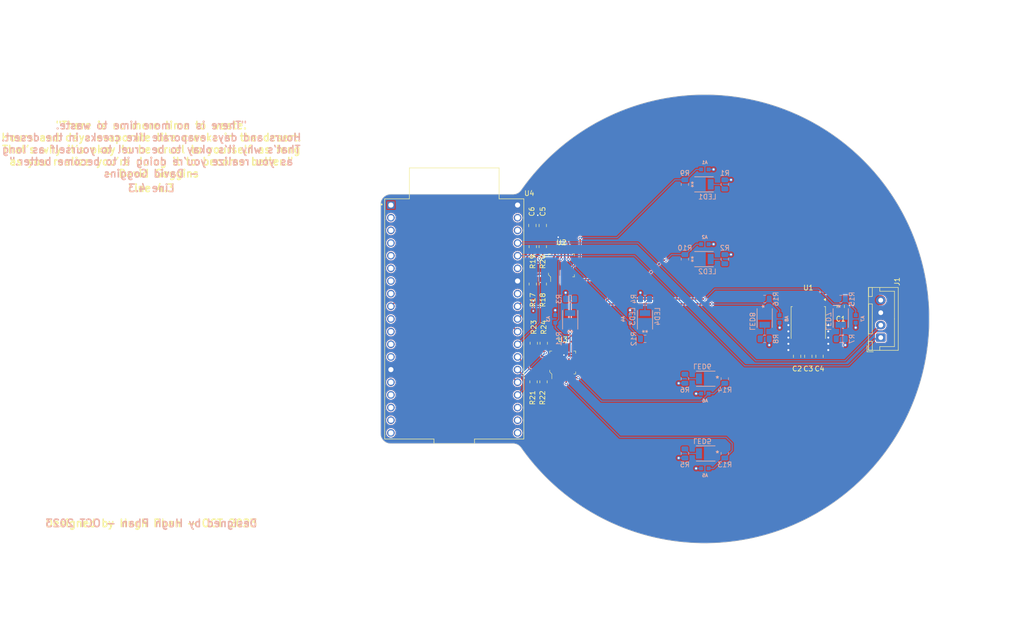
<source format=kicad_pcb>
(kicad_pcb (version 20240108) (generator "pcbnew") (generator_version "8.0")
  (layers (0 "F.Cu" signal) (31 "B.Cu" signal) (34 "B.Paste" user) (35 "F.Paste" user) (36 "B.SilkS" user "B.Silkscreen") (37 "F.SilkS" user "F.Silkscreen") (38 "B.Mask" user) (39 "F.Mask" user) (44 "Edge.Cuts" user))
  (net 0 "")
  (net 1 "+3V3")
  (net 2 "GND")
  (net 3 "/LINETX")
  (net 4 "/LINERX")
  (net 5 "/SEN2")
  (net 6 "Net-(LED1-Pad2)")
  (net 7 "Net-(LED2-Pad2)")
  (net 8 "Net-(LED3-Pad2)")
  (net 9 "Net-(LED4-Pad2)")
  (net 10 "/SEN1")
  (net 11 "/SEN3")
  (net 12 "/SEN4")
  (net 13 "/VREF")
  (net 14 "Net-(LED5-Pad2)")
  (net 15 "Net-(LED6-Pad2)")
  (net 16 "Net-(LED7-Pad2)")
  (net 17 "Net-(LED8-Pad2)")
  (net 18 "/SEN5")
  (net 19 "/SEN6")
  (net 20 "/SEN7")
  (net 21 "/SEN8")
  (net 22 "Net-(U2A-+)")
  (net 23 "Net-(U2B-+)")
  (net 24 "Net-(U2C-+)")
  (net 25 "Net-(U2D-+)")
  (net 27 "Net-(U3A-+)")
  (net 28 "Net-(U3B-+)")
  (net 29 "Net-(U3C-+)")
  (net 30 "Net-(U3D-+)")
  (net 36 "+15V")
  (footprint "Resistor_SMD:R_0805_2012Metric" (layer "F.Cu") (at 117.5 135.5 90)
    (property "Reference" "R20")
    (property "Value" "10k")
  )
  (footprint "Capacitor_SMD:C_0805_2012Metric" (layer "F.Cu") (at 170.75 157.5 -90)
    (property "Reference" "C3")
    (property "Value" "22uF")
  )
  (footprint "Resistor_SMD:R_0805_2012Metric" (layer "F.Cu") (at 115.5 135.5 90)
    (property "Reference" "R19")
    (property "Value" "10k")
  )
  (footprint "Resistor_SMD:R_0805_2012Metric" (layer "F.Cu") (at 115.7 154.875 90)
    (property "Reference" "R23")
    (property "Value" "10k")
  )
  (footprint "ESP32-DEVKITC-32U:MODULE_ESP32-DEVKITC-32U" (layer "F.Cu") (at 99.75 150)
    (property "Reference" "U4")
    (property "Value" "ESP32-DEVKITC-32U")
  )
  (footprint "digikey-footprints:TSSOP-14_W4.4mm" (layer "F.Cu") (at 121.5 158.75)
    (property "Reference" "U3")
    (property "Value" "LM339")
  )
  (footprint "Capacitor_SMD:C_0805_2012Metric" (layer "F.Cu") (at 177.25 147.5 90)
    (property "Reference" "C1")
    (property "Value" "10uF")
  )
  (footprint "Resistor_SMD:R_0805_2012Metric" (layer "F.Cu") (at 117.65 162.625 -90)
    (property "Reference" "R22")
    (property "Value" "10k")
  )
  (footprint "Resistor_SMD:R_0805_2012Metric" (layer "F.Cu") (at 117.7 154.875 90)
    (property "Reference" "R24")
    (property "Value" "10k")
  )
  (footprint "Resistor_SMD:R_0805_2012Metric" (layer "F.Cu") (at 115.65 162.625 -90)
    (property "Reference" "R21")
    (property "Value" "10k")
  )
  (footprint "Capacitor_SMD:C_0805_2012Metric" (layer "F.Cu") (at 115.42 131.25 -90)
    (property "Reference" "C6")
    (property "Value" "0.1uF")
  )
  (footprint "Capacitor_SMD:C_0805_2012Metric" (layer "F.Cu") (at 117.5 131.25 -90)
    (property "Reference" "C5")
    (property "Value" "10uF")
  )
  (footprint "Capacitor_SMD:C_0805_2012Metric" (layer "F.Cu") (at 173 157.5 -90)
    (property "Reference" "C4")
    (property "Value" "0.1uF")
  )
  (footprint "digikey-footprints:TSSOP-14_W4.4mm" (layer "F.Cu") (at 121.25 139.25)
    (property "Reference" "U2")
    (property "Value" "LM339")
  )
  (footprint "Package_TO_SOT_SMD:TO-252-2" (layer "F.Cu") (at 170.7475 150.84 -90)
    (property "Reference" "U1")
    (property "Value" "BD33FC0FP")
  )
  (footprint "Resistor_SMD:R_0805_2012Metric" (layer "F.Cu") (at 117.5 143 -90)
    (property "Reference" "R18")
    (property "Value" "10k")
  )
  (footprint "Resistor_SMD:R_0805_2012Metric" (layer "F.Cu") (at 115.5 143 -90)
    (property "Reference" "R17")
    (property "Value" "10k")
  )
  (footprint "Capacitor_SMD:C_0805_2012Metric" (layer "F.Cu") (at 168.5 157.5 -90)
    (property "Reference" "C2")
    (property "Value" "22uF")
  )
  (footprint "Connector_JST:JST_XH_B4B-XH-A_1x04_P2.50mm_Vertical" (layer "F.Cu") (at 185.275 153.75 90)
    (property "Reference" "J1")
    (property "Value" "Line")
  )
  (footprint "ALS-PT19-315C_L177_TR8:XDCR_ALS-PT19-315C_L177_TR8" (layer "B.Cu") (at 120 150 -90)
    (property "Reference" "A3")
    (property "Value" "ALS-PT19")
  )
  (footprint "JB2835AWT-W-U30GA0000-N0000001:LED_J2835_CRW" (layer "B.Cu") (at 150.1761 177 180)
    (property "Reference" "LED5")
    (property "Value" "JB2835AWT-W-U30GA0000-N0000001")
  )
  (footprint "ALS-PT19-315C_L177_TR8:XDCR_ALS-PT19-315C_L177_TR8" (layer "B.Cu") (at 165 150 90)
    (property "Reference" "A8")
    (property "Value" "ALS-PT19")
  )
  (footprint "Resistor_SMD:R_0805_2012Metric" (layer "B.Cu") (at 146 138 90)
    (property "Reference" "R10")
    (property "Value" "330R")
  )
  (footprint "JB2835AWT-W-U30GA0000-N0000001:LED_J2835_CRW" (layer "B.Cu") (at 150.1761 162 180)
    (property "Reference" "LED6")
    (property "Value" "JB2835AWT-W-U30GA0000-N0000001")
  )
  (footprint "Resistor_SMD:R_0805_2012Metric" (layer "B.Cu") (at 177.25 146)
    (property "Reference" "R15")
    (property "Value" "330R")
  )
  (footprint "ALS-PT19-315C_L177_TR8:XDCR_ALS-PT19-315C_L177_TR8" (layer "B.Cu") (at 150 165)
    (property "Reference" "A6")
    (property "Value" "ALS-PT19")
  )
  (footprint "Resistor_SMD:R_0805_2012Metric" (layer "B.Cu") (at 154 123 -90)
    (property "Reference" "R1")
    (property "Value" "12R")
  )
  (footprint "Resistor_SMD:R_0805_2012Metric" (layer "B.Cu") (at 138 146)
    (property "Reference" "R4")
    (property "Value" "12R")
  )
  (footprint "ALS-PT19-315C_L177_TR8:XDCR_ALS-PT19-315C_L177_TR8" (layer "B.Cu") (at 180.25 150 90)
    (property "Reference" "A7")
    (property "Value" "ALS-PT19")
  )
  (footprint "Resistor_SMD:R_0805_2012Metric" (layer "B.Cu") (at 177.25 154 180)
    (property "Reference" "R7")
    (property "Value" "12R")
  )
  (footprint "Resistor_SMD:R_0805_2012Metric" (layer "B.Cu") (at 162 154 180)
    (property "Reference" "R8")
    (property "Value" "12R")
  )
  (footprint "Resistor_SMD:R_0805_2012Metric" (layer "B.Cu") (at 162 146)
    (property "Reference" "R16")
    (property "Value" "330R")
  )
  (footprint "Resistor_SMD:R_0805_2012Metric" (layer "B.Cu") (at 138 154 180)
    (property "Reference" "R12")
    (property "Value" "330R")
  )
  (footprint "ALS-PT19-315C_L177_TR8:XDCR_ALS-PT19-315C_L177_TR8" (layer "B.Cu") (at 150 120 180)
    (property "Reference" "A1")
    (property "Value" "ALS-PT19")
  )
  (footprint "JB2835AWT-W-U30GA0000-N0000001:LED_J2835_CRW" (layer "B.Cu") (at 162 149.8239 -90)
    (property "Reference" "LED8")
    (property "Value" "JB2835AWT-W-U30GA0000-N0000001")
  )
  (footprint "Resistor_SMD:R_0805_2012Metric" (layer "B.Cu") (at 146 123 90)
    (property "Reference" "R9")
    (property "Value" "330R")
  )
  (footprint "Resistor_SMD:R_0805_2012Metric" (layer "B.Cu") (at 154 177 -90)
    (property "Reference" "R13")
    (property "Value" "330R")
  )
  (footprint "ALS-PT19-315C_L177_TR8:XDCR_ALS-PT19-315C_L177_TR8" (layer "B.Cu") (at 150 180)
    (property "Reference" "A5")
    (property "Value" "ALS-PT19")
  )
  (footprint "Resistor_SMD:R_0805_2012Metric" (layer "B.Cu") (at 123 146)
    (property "Reference" "R3")
    (property "Value" "12R")
  )
  (footprint "JB2835AWT-W-U30GA0000-N0000001:LED_J2835_CRW" (layer "B.Cu") (at 149.8239 123)
    (property "Reference" "LED1")
    (property "Value" "JB2835AWT-W-U30GA0000-N0000001")
  )
  (footprint "ALS-PT19-315C_L177_TR8:XDCR_ALS-PT19-315C_L177_TR8" (layer "B.Cu") (at 135 150 -90)
    (property "Reference" "A4")
    (property "Value" "ALS-PT19")
  )
  (footprint "JB2835AWT-W-U30GA0000-N0000001:LED_J2835_CRW" (layer "B.Cu") (at 138 150.1761 90)
    (property "Reference" "LED4")
    (property "Value" "JB2835AWT-W-U30GA0000-N0000001")
  )
  (footprint "ALS-PT19-315C_L177_TR8:XDCR_ALS-PT19-315C_L177_TR8" (layer "B.Cu") (at 150 135 180)
    (property "Reference" "A2")
    (property "Value" "ALS-PT19")
  )
  (footprint "JB2835AWT-W-U30GA0000-N0000001:LED_J2835_CRW" (layer "B.Cu") (at 123 150.1761 90)
    (property "Reference" "LED3")
    (property "Value" "JB2835AWT-W-U30GA0000-N0000001")
  )
  (footprint "Resistor_SMD:R_0805_2012Metric" (layer "B.Cu") (at 146 162 90)
    (property "Reference" "R6")
    (property "Value" "12R")
  )
  (footprint "Resistor_SMD:R_0805_2012Metric" (layer "B.Cu") (at 123 154 180)
    (property "Reference" "R11")
    (property "Value" "330R")
  )
  (footprint "Resistor_SMD:R_0805_2012Metric" (layer "B.Cu") (at 154 162 -90)
    (property "Reference" "R14")
    (property "Value" "330R")
  )
  (footprint "Resistor_SMD:R_0805_2012Metric" (layer "B.Cu") (at 146 177 90)
    (property "Reference" "R5")
    (property "Value" "12R")
  )
  (footprint "JB2835AWT-W-U30GA0000-N0000001:LED_J2835_CRW" (layer "B.Cu") (at 149.8239 138)
    (property "Reference" "LED2")
    (property "Value" "JB2835AWT-W-U30GA0000-N0000001")
  )
  (footprint "Resistor_SMD:R_0805_2012Metric" (layer "B.Cu") (at 154 138 -90)
    (property "Reference" "R2")
    (property "Value" "12R")
  )
  (footprint "JB2835AWT-W-U30GA0000-N0000001:LED_J2835_CRW" (layer "B.Cu") (at 177.25 149.8239 -90)
    (property "Reference" "LED7")
    (property "Value" "JB2835AWT-W-U30GA0000-N0000001")
  )
  (gr_line (start 111.529232 125) (end 87 125) (stroke (width 0.1)) (layer "Edge.Cuts"))
  (gr_line (start 87 175) (end 111.5292 175) (stroke (width 0.1)) (layer "Edge.Cuts"))
  (gr_arc (start 113.166286 124.148936) (mid 112.451766 124.774536) (end 111.529232 125) (stroke (width 0.1)) (layer "Edge.Cuts"))
  (gr_arc (start 113.166286 124.148936) (mid 195 150) (end 113.166286 175.851064) (stroke (width 0.1)) (layer "Edge.Cuts"))
  (gr_arc (start 85 127) (mid 85.585786 125.585786) (end 87 125) (stroke (width 0.1)) (layer "Edge.Cuts"))
  (gr_arc (start 111.5292 175) (mid 112.451749 175.225472) (end 113.166286 175.851064) (stroke (width 0.1)) (layer "Edge.Cuts"))
  (gr_arc (start 87 175) (mid 85.585786 174.414214) (end 85 173) (stroke (width 0.1)) (layer "Edge.Cuts"))
  (gr_line (start 85 127) (end 85 173) (stroke (width 0.1)) (layer "Edge.Cuts"))
  (gr_text "Line 4.3" (at 39 123.75 0) (layer "B.SilkS") (effects (font (size 1.5 1.5) (thickness 0.3) (bold yes)) (justify mirror)))
  (gr_text "Designed by Hugh Phan - OCT 2023" (at 39 191 0) (layer "B.SilkS") (effects (font (size 1.5 1.5) (thickness 0.3) (bold yes)) (justify mirror)))
  (gr_text "{dblquote}There is no more time to waste.\nHours and days evaporate like creeks in the desert.\nThat's why it's okay to be cruel to yourself as long\nas you realize you're doing it to become better.{dblquote}\n- David Goggins" (at 39 116 0) (layer "B.SilkS") (effects (font (size 1.5 1.5) (thickness 0.3) (bold yes)) (justify mirror)))
  (gr_text "Designed by Hugh Phan - OCT 2023" (at 39 191 0) (layer "F.SilkS") (effects (font (size 1.5 1.5) (thickness 0.3) (bold yes))))
  (gr_text "Line 4.3" (at 39 123.75 0) (layer "F.SilkS") (effects (font (size 1.5 1.5) (thickness 0.3) (bold yes))))
  (gr_text "{dblquote}There is no more time to waste.\nHours and days evaporate like creeks in the desert.\nThat's why it's okay to be cruel to yourself as long\nas you realize you're doing it to become better.{dblquote}\n- David Goggins" (at 39 116 0) (layer "F.SilkS") (effects (font (size 1.5 1.5) (thickness 0.3) (bold yes))))
  (segment (start 115.5 143.9125) (end 115.5 146.3) (width 0.25) (layer "F.Cu") (net 1))
  (segment (start 115.5 146.3) (end 115.6 146.4) (width 0.25) (layer "F.Cu") (net 1))
  (via (at 155.25 122.0875) (size 0.8) (drill 0.4) (layers "F.Cu" "B.Cu") (net 1))
  (via (at 165 151.75) (size 0.8) (drill 0.4) (layers "F.Cu" "B.Cu") (net 1))
  (via (at 148.25 180) (size 0.8) (drill 0.4) (layers "F.Cu" "B.Cu") (net 1))
  (via (at 115.6 146.4) (size 0.6) (drill 0.3) (layers "F.Cu" "B.Cu") (net 1))
  (via (at 180.25 151.75) (size 0.8) (drill 0.4) (layers "F.Cu" "B.Cu") (net 1))
  (via (at 135 148.25) (size 0.8) (drill 0.4) (layers "F.Cu" "B.Cu") (net 1))
  (via (at 151.75 135) (size 0.8) (drill 0.4) (layers "F.Cu" "B.Cu") (net 1))
  (via (at 120 148.25) (size 0.8) (drill 0.4) (layers "F.Cu" "B.Cu") (net 1))
  (via (at 162.9125 155.25) (size 0.8) (drill 0.4) (layers "F.Cu" "B.Cu") (net 1))
  (via (at 115.6 148.4) (size 0.6) (drill 0.3) (layers "F.Cu" "B.Cu") (net 1))
  (via (at 148.25 165) (size 0.8) (drill 0.4) (layers "F.Cu" "B.Cu") (net 1))
  (via (at 137.0875 144.75) (size 0.8) (drill 0.4) (layers "F.Cu" "B.Cu") (net 1))
  (via (at 122.0875 144.75) (size 0.8) (drill 0.4) (layers "F.Cu" "B.Cu") (net 1))
  (via (at 151.75 120) (size 0.8) (drill 0.4) (layers "F.Cu" "B.Cu") (net 1))
  (via (at 144.75 177.9125) (size 0.8) (drill 0.4) (layers "F.Cu" "B.Cu") (net 1))
  (via (at 144.75 162.9125) (size 0.8) (drill 0.4) (layers "F.Cu" "B.Cu") (net 1))
  (via (at 178.1625 155.25) (size 0.8) (drill 0.4) (layers "F.Cu" "B.Cu") (net 1))
  (via (at 155.25 137.0875) (size 0.8) (drill 0.4) (layers "F.Cu" "B.Cu") (net 1))
  (segment (start 144.75 162.9125) (end 146 162.9125) (width 0.25) (layer "B.Cu") (net 1))
  (segment (start 135 149.25) (end 135 148.25) (width 0.25) (layer "B.Cu") (net 1))
  (segment (start 144.75 177.9125) (end 146 177.9125) (width 0.25) (layer "B.Cu") (net 1))
  (segment (start 155.25 122.0875) (end 154 122.0875) (width 0.25) (layer "B.Cu") (net 1))
  (segment (start 162.9125 155.25) (end 162.9125 154) (width 0.25) (layer "B.Cu") (net 1))
  (segment (start 178.1625 155.25) (end 178.1625 154) (width 0.25) (layer "B.Cu") (net 1))
  (segment (start 122.0875 144.75) (end 122.0875 146) (width 0.25) (layer "B.Cu") (net 1))
  (segment (start 115.6 146.4) (end 115.6 148.4) (width 0.25) (layer "B.Cu") (net 1))
  (segment (start 137.0875 144.75) (end 137.0875 146) (width 0.25) (layer "B.Cu") (net 1))
  (segment (start 180.25 150.75) (end 180.25 151.75) (width 0.25) (layer "B.Cu") (net 1))
  (segment (start 120 149.25) (end 120 148.25) (width 0.25) (layer "B.Cu") (net 1))
  (segment (start 150.75 120) (end 151.75 120) (width 0.25) (layer "B.Cu") (net 1))
  (segment (start 155.25 137.0875) (end 154 137.0875) (width 0.25) (layer "B.Cu") (net 1))
  (segment (start 149.25 165) (end 148.25 165) (width 0.25) (layer "B.Cu") (net 1))
  (segment (start 150.75 135) (end 151.75 135) (width 0.25) (layer "B.Cu") (net 1))
  (segment (start 149.25 180) (end 148.25 180) (width 0.25) (layer "B.Cu") (net 1))
  (segment (start 165 150.75) (end 165 151.75) (width 0.25) (layer "B.Cu") (net 1))
  (segment (start 115.42 130.3) (end 115.42 130.28) (width 0.25) (layer "F.Cu") (net 2))
  (segment (start 116.5 129.2) (end 116.5 129.3) (width 0.25) (layer "F.Cu") (net 2))
  (segment (start 121.75 157.25) (end 121.35 157.25) (width 0.25) (layer "F.Cu") (net 2))
  (segment (start 116.5 129.3) (end 117.5 130.3) (width 0.25) (layer "F.Cu") (net 2))
  (segment (start 120.6 136.375) (end 120.6 133.6) (width 0.25) (layer "F.Cu") (net 2))
  (segment (start 115.42 130.28) (end 116.5 129.2) (width 0.25) (layer "F.Cu") (net 2))
  (segment (start 120.85 156.75) (end 120.85 155.875) (width 0.25) (layer "F.Cu") (net 2))
  (segment (start 121.35 157.25) (end 120.85 156.75) (width 0.25) (layer "F.Cu") (net 2))
  (via (at 166.75 153.75) (size 0.8) (drill 0.4) (layers "F.Cu" "B.Cu") (net 2))
  (via (at 120.6 133.6) (size 0.6) (drill 0.3) (layers "F.Cu" "B.Cu") (net 2))
  (via (at 174.75 153.75) (size 0.8) (drill 0.4) (layers "F.Cu" "B.Cu") (net 2))
  (via (at 166.75 152.5) (size 0.8) (drill 0.4) (layers "F.Cu" "B.Cu") (net 2))
  (via (at 174.75 151.25) (size 0.8) (drill 0.4) (layers "F.Cu" "B.Cu") (net 2))
  (via (at 174.75 152.5) (size 0.8) (drill 0.4) (layers "F.Cu" "B.Cu") (net 2))
  (via (at 121.75 157.25) (size 0.6) (drill 0.3) (layers "F.Cu" "B.Cu") (net 2))
  (via (at 166.75 151.25) (size 0.8) (drill 0.4) (layers "F.Cu" "B.Cu") (net 2))
  (via (at 116.5 129.2) (size 0.6) (drill 0.3) (layers "F.Cu" "B.Cu") (net 2))
  (via (at 174.75 156.25) (size 0.8) (drill 0.4) (layers "F.Cu" "B.Cu") (net 2))
  (via (at 166.75 155) (size 0.8) (drill 0.4) (layers "F.Cu" "B.Cu") (net 2))
  (via (at 174.75 155) (size 0.8) (drill 0.4) (layers "F.Cu" "B.Cu") (net 2))
  (via (at 166.75 156.25) (size 0.8) (drill 0.4) (layers "F.Cu" "B.Cu") (net 2))
  (segment (start 136.57 134.77) (end 112.45 134.77) (width 0.25) (layer "B.Cu") (net 3))
  (segment (start 160.2 158.4) (end 136.57 134.77) (width 0.25) (layer "B.Cu") (net 3))
  (segment (start 185.275 151.25) (end 178.125 158.4) (width 0.25) (layer "B.Cu") (net 3))
  (segment (start 178.125 158.4) (end 160.2 158.4) (width 0.25) (layer "B.Cu") (net 3))
  (segment (start 185.275 153.75) (end 184.45 153.75) (width 0.25) (layer "B.Cu") (net 4))
  (segment (start 178.8 159.4) (end 158 159.4) (width 0.25) (layer "B.Cu") (net 4))
  (segment (start 135.91 137.31) (end 112.45 137.31) (width 0.25) (layer "B.Cu") (net 4))
  (segment (start 158 159.4) (end 135.91 137.31) (width 0.25) (layer "B.Cu") (net 4))
  (segment (start 184.45 153.75) (end 178.8 159.4) (width 0.25) (layer "B.Cu") (net 4))
  (segment (start 119.3 143.937195) (end 119.8125 144.449695) (width 0.25) (layer "F.Cu") (net 5))
  (segment (start 117.362805 147.5) (end 114.96 147.5) (width 0.25) (layer "F.Cu") (net 5))
  (segment (start 119.8125 145.050305) (end 117.362805 147.5) (width 0.25) (layer "F.Cu") (net 5))
  (segment (start 119.3 142.125) (end 119.3 143.937195) (width 0.25) (layer "F.Cu") (net 5))
  (segment (start 117.5375 142.125) (end 117.5 142.0875) (width 0.25) (layer "F.Cu") (net 5))
  (segment (start 114.96 147.5) (end 112.45 150.01) (width 0.25) (layer "F.Cu") (net 5))
  (segment (start 119.3 142.125) (end 117.5375 142.125) (width 0.25) (layer "F.Cu") (net 5))
  (segment (start 119.8125 144.449695) (end 119.8125 145.050305) (width 0.25) (layer "F.Cu") (net 5))
  (segment (start 153.0875 123) (end 154 123.9125) (width 0.25) (layer "B.Cu") (net 6))
  (segment (start 151.1812 123) (end 153.0875 123) (width 0.25) (layer "B.Cu") (net 6))
  (segment (start 153.0875 138) (end 154 138.9125) (width 0.25) (layer "B.Cu") (net 7))
  (segment (start 151.1812 138) (end 153.0875 138) (width 0.25) (layer "B.Cu") (net 7))
  (segment (start 123 146.9125) (end 123.9125 146) (width 0.25) (layer "B.Cu") (net 8))
  (segment (start 123 148.8188) (end 123 146.9125) (width 0.25) (layer "B.Cu") (net 8))
  (segment (start 138 148.8188) (end 138 146.9125) (width 0.25) (layer "B.Cu") (net 9))
  (segment (start 138 146.9125) (end 138.9125 146) (width 0.25) (layer "B.Cu") (net 9))
  (segment (start 115.5 142.1) (end 113.540001 144.059999) (width 0.25) (layer "F.Cu") (net 10))
  (segment (start 115.5 142.0875) (end 115.5 142.1) (width 0.25) (layer "F.Cu") (net 10))
  (segment (start 119.95 142.125) (end 119.95 141.25) (width 0.25) (layer "F.Cu") (net 10))
  (segment (start 116.5875 141) (end 115.5 142.0875) (width 0.25) (layer "F.Cu") (net 10))
  (segment (start 119.95 141.25) (end 119.7 141) (width 0.25) (layer "F.Cu") (net 10))
  (segment (start 113.540001 146.379999) (end 112.45 147.47) (width 0.25) (layer "F.Cu") (net 10))
  (segment (start 113.540001 144.059999) (end 113.540001 146.379999) (width 0.25) (layer "F.Cu") (net 10))
  (segment (start 119.7 141) (end 116.5875 141) (width 0.25) (layer "F.Cu") (net 10))
  (segment (start 111.84 138.76) (end 111.36 139.24) (width 0.25) (layer "F.Cu") (net 11))
  (segment (start 111.36 151.46) (end 112.45 152.55) (width 0.25) (layer "F.Cu") (net 11))
  (segment (start 115.5 137.9) (end 116.2 138.6) (width 0.25) (layer "F.Cu") (net 11))
  (segment (start 115.5 136.4125) (end 113.1525 138.76) (width 0.25) (layer "F.Cu") (net 11))
  (segment (start 119.95 137.325) (end 119.95 136.375) (width 0.25) (layer "F.Cu") (net 11))
  (segment (start 118.675 138.6) (end 119.95 137.325) (width 0.25) (layer "F.Cu") (net 11))
  (segment (start 115.5 136.4125) (end 115.5 137.9) (width 0.25) (layer "F.Cu") (net 11))
  (segment (start 111.36 139.24) (end 111.36 151.46) (width 0.25) (layer "F.Cu") (net 11))
  (segment (start 116.2 138.6) (end 118.675 138.6) (width 0.25) (layer "F.Cu") (net 11))
  (segment (start 113.1525 138.76) (end 111.84 138.76) (width 0.25) (layer "F.Cu") (net 11))
  (segment (start 117.5375 136.375) (end 117.5 136.4125) (width 0.25) (layer "F.Cu") (net 12))
  (segment (start 117.5 137.235) (end 116.8 137.935) (width 0.25) (layer "F.Cu") (net 12))
  (segment (start 117.5 136.4125) (end 117.5 137.235) (width 0.25) (layer "F.Cu") (net 12))
  (segment (start 119.3 136.375) (end 117.5375 136.375) (width 0.25) (layer "F.Cu") (net 12))
  (via (at 116.8 137.935) (size 0.6) (drill 0.3) (layers "F.Cu" "B.Cu") (net 12))
  (segment (start 116.8 150.740001) (end 112.450001 155.09) (width 0.25) (layer "B.Cu") (net 12))
  (segment (start 116.8 137.935) (end 116.8 150.740001) (width 0.25) (layer "B.Cu") (net 12))
  (segment (start 122.55 142.125) (end 122.55 143.075) (width 0.25) (layer "F.Cu") (net 13))
  (segment (start 122.15 156.65) (end 122.4 156.9) (width 0.25) (layer "F.Cu") (net 13))
  (segment (start 121.25 140.35) (end 121.25 142.125) (width 0.25) (layer "F.Cu") (net 13))
  (segment (start 122.980458 144.130458) (end 122 143.15) (width 0.25) (layer "F.Cu") (net 13))
  (segment (start 122.55 143.075) (end 122.475 143.15) (width 0.25) (layer "F.Cu") (net 13))
  (segment (start 122.980458 152.628702) (end 122.980458 144.130458) (width 0.25) (layer "F.Cu") (net 13))
  (segment (start 122.75 156.9) (end 122.75 157.75) (width 0.25) (layer "F.Cu") (net 13))
  (segment (start 122.4 156.9) (end 122.75 156.9) (width 0.25) (layer "F.Cu") (net 13))
  (segment (start 121.9 136.375) (end 121.9 139.7) (width 0.25) (layer "F.Cu") (net 13))
  (segment (start 122.6 135.2) (end 122.8 135.2) (width 0.25) (layer "F.Cu") (net 13))
  (segment (start 121.25 143.075) (end 121.25 142.125) (width 0.25) (layer "F.Cu") (net 13))
  (segment (start 122.8 160.675) (end 122.625 160.5) (width 0.25) (layer "F.Cu") (net 13))
  (segment (start 122.625 160.5) (end 122.25 160.5) (width 0.25) (layer "F.Cu") (net 13))
  (segment (start 119.975 133.341116) (end 101.178884 133.341116) (width 0.25) (layer "F.Cu") (net 13))
  (segment (start 122 143.15) (end 121.325 143.15) (width 0.25) (layer "F.Cu") (net 13))
  (segment (start 122.6 134.716116) (end 120.858884 132.975) (width 0.25) (layer "F.Cu") (net 13))
  (segment (start 122.75 158.5) (end 122.25 159) (width 0.25) (layer "F.Cu") (net 13))
  (segment (start 122.25 159) (end 122.25 160.5) (width 0.25) (layer "F.Cu") (net 13))
  (segment (start 122.475 143.15) (end 122 143.15) (width 0.25) (layer "F.Cu") (net 13))
  (segment (start 122.6 135.2) (end 122.6 134.716116) (width 0.25) (layer "F.Cu") (net 13))
  (segment (start 121.9 139.7) (end 121.25 140.35) (width 0.25) (layer "F.Cu") (net 13))
  (segment (start 123.2 135.6) (end 123.2 136.375) (width 0.25) (layer "F.Cu") (net 13))
  (segment (start 121.5 160.675) (end 121.5 161.625) (width 0.25) (layer "F.Cu") (net 13))
  (segment (start 120.858884 132.975) (end 120.341116 132.975) (width 0.25) (layer "F.Cu") (net 13))
  (segment (start 123.375 156.9) (end 123.45 156.825) (width 0.25) (layer "F.Cu") (net 13))
  (segment (start 121.325 143.15) (end 121.25 143.075) (width 0.25) (layer "F.Cu") (net 13))
  (segment (start 120.341116 132.975) (end 119.975 133.341116) (width 0.25) (layer "F.Cu") (net 13))
  (segment (start 121.675 160.5) (end 121.5 160.675) (width 0.25) (layer "F.Cu") (net 13))
  (segment (start 121.9 135.425) (end 122.125 135.2) (width 0.25) (layer "F.Cu") (net 13))
  (segment (start 122.8 161.625) (end 122.8 160.675) (width 0.25) (layer "F.Cu") (net 13))
  (segment (start 122.8 135.2) (end 123.2 135.6) (width 0.25) (layer "F.Cu") (net 13))
  (segment (start 122.75 156.9) (end 123.375 156.9) (width 0.25) (layer "F.Cu") (net 13))
  (segment (start 122.125 135.2) (end 122.6 135.2) (width 0.25) (layer "F.Cu") (net 13))
  (segment (start 121.9 136.375) (end 121.9 135.425) (width 0.25) (layer "F.Cu") (net 13))
  (segment (start 123.45 156.825) (end 123.45 155.875) (width 0.25) (layer "F.Cu") (net 13))
  (segment (start 122.25 160.5) (end 121.675 160.5) (width 0.25) (layer "F.Cu") (net 13))
  (segment (start 101.178884 133.341116) (end 87.05 147.47) (width 0.25) (layer "F.Cu") (net 13))
  (segment (start 122.15 155.875) (end 122.15 156.65) (width 0.25) (layer "F.Cu") (net 13))
  (segment (start 122.75 157.75) (end 122.75 158.5) (width 0.25) (layer "F.Cu") (net 13))
  (via (at 122.75 157.75) (size 0.6) (drill 0.3) (layers "F.Cu" "B.Cu") (net 13))
  (via (at 122.980458 152.628702) (size 0.6) (drill 0.3) (layers "F.Cu" "B.Cu") (net 13))
  (segment (start 122.980458 152.628702) (end 122.980458 157.519542) (width 0.25) (layer "B.Cu") (net 13))
  (segment (start 122.980458 157.519542) (end 122.75 157.75) (width 0.25) (layer "B.Cu") (net 13))
  (segment (start 148.8188 177) (end 146.9125 177) (width 0.25) (layer "B.Cu") (net 14))
  (segment (start 146.9125 177) (end 146 176.0875) (width 0.25) (layer "B.Cu") (net 14))
  (segment (start 146.9125 162) (end 146 161.0875) (width 0.25) (layer "B.Cu") (net 15))
  (segment (start 148.8188 162) (end 146.9125 162) (width 0.25) (layer "B.Cu") (net 15))
  (segment (start 177.25 151.1812) (end 177.25 153.0875) (width 0.25) (layer "B.Cu") (net 16))
  (segment (start 177.25 153.0875) (end 176.3375 154) (width 0.25) (layer "B.Cu") (net 16))
  (segment (start 162 151.1812) (end 162 153.0875) (width 0.25) (layer "B.Cu") (net 17))
  (segment (start 162 153.0875) (end 161.0875 154) (width 0.25) (layer "B.Cu") (net 17))
  (segment (start 116.7625 160.6) (end 120 160.6) (width 0.25) (layer "F.Cu") (net 18))
  (segment (start 115.65 161.7125) (end 116.7625 160.6) (width 0.25) (layer "F.Cu") (net 18))
  (segment (start 120 160.6) (end 120.2 160.8) (width 0.25) (layer "F.Cu") (net 18))
  (segment (start 115.65 161.7125) (end 115.65 160.83) (width 0.25) (layer "F.Cu") (net 18))
  (segment (start 115.65 160.83) (end 112.45 157.63) (width 0.25) (layer "F.Cu") (net 18))
  (segment (start 120.2 160.8) (end 120.2 161.625) (width 0.25) (layer "F.Cu") (net 18))
  (segment (start 119.4625 161.7125) (end 119.55 161.625) (width 0.25) (layer "F.Cu") (net 19))
  (segment (start 117.65 161.7125) (end 119.4625 161.7125) (width 0.25) (layer "F.Cu") (net 19))
  (segment (start 117.65 161.75) (end 116.85 162.55) (width 0.25) (layer "F.Cu") (net 19))
  (segment (start 117.65 161.7125) (end 117.65 161.75) (width 0.25) (layer "F.Cu") (net 19))
  (segment (start 114.83 162.55) (end 112.45 160.17) (width 0.25) (layer "F.Cu") (net 19))
  (segment (start 116.85 162.55) (end 114.83 162.55) (width 0.25) (layer "F.Cu") (net 19))
  (segment (start 115.7 155.7875) (end 117.5125 157.6) (width 0.25) (layer "F.Cu") (net 20))
  (segment (start 114.9475 156.54) (end 111.998507 156.54) (width 0.25) (layer "F.Cu") (net 20))
  (segment (start 120.2 156.8) (end 120.2 155.875) (width 0.25) (layer "F.Cu") (net 20))
  (segment (start 111.2 161.46) (end 112.45 162.71) (width 0.25) (layer "F.Cu") (net 20))
  (segment (start 117.5125 157.6) (end 119.4 157.6) (width 0.25) (layer "F.Cu") (net 20))
  (segment (start 111.998507 156.54) (end 111.2 157.338507) (width 0.25) (layer "F.Cu") (net 20))
  (segment (start 119.4 157.6) (end 120.2 156.8) (width 0.25) (layer "F.Cu") (net 20))
  (segment (start 111.2 157.338507) (end 111.2 161.46) (width 0.25) (layer "F.Cu") (net 20))
  (segment (start 115.7 155.7875) (end 114.9475 156.54) (width 0.25) (layer "F.Cu") (net 20))
  (segment (start 117.7 155.7875) (end 119.4625 155.7875) (width 0.25) (layer "F.Cu") (net 21))
  (segment (start 117.7 155.7875) (end 117.7 156.5) (width 0.25) (layer "F.Cu") (net 21))
  (segment (start 117.7 156.5) (end 118 156.8) (width 0.25) (layer "F.Cu") (net 21))
  (segment (start 119.4625 155.7875) (end 119.55 155.875) (width 0.25) (layer "F.Cu") (net 21))
  (via (at 118 156.8) (size 0.6) (drill 0.3) (layers "F.Cu" "B.Cu") (net 21))
  (segment (start 113.54 161.26) (end 113.54 164.160001) (width 0.25) (layer "B.Cu") (net 21))
  (segment (start 113.54 164.160001) (end 112.450001 165.25) (width 0.25) (layer "B.Cu") (net 21))
  (segment (start 118 156.8) (end 113.54 161.26) (width 0.25) (layer "B.Cu") (net 21))
  (segment (start 121.9 141.175) (end 121.9 142.125) (width 0.25) (layer "F.Cu") (net 22))
  (segment (start 125 138.075) (end 121.9 141.175) (width 0.25) (layer "F.Cu") (net 22))
  (segment (start 125 133.8) (end 125 138.075) (width 0.25) (layer "F.Cu") (net 22))
  (via (at 125 133.8) (size 0.6) (drill 0.3) (layers "F.Cu" "B.Cu") (net 22))
  (segment (start 146 122.0875) (end 146.1625 122.0875) (width 0.25) (layer "B.Cu") (net 22))
  (segment (start 143.9875 122.0875) (end 146 122.0875) (width 0.25) (layer "B.Cu") (net 22))
  (segment (start 148.25 120) (end 149.25 120) (width 0.25) (layer "B.Cu") (net 22))
  (segment (start 125.12 133.68) (end 125 133.8) (width 0.25) (layer "B.Cu") (net 22))
  (segment (start 143.9875 122.0875) (end 132.395 133.68) (width 0.25) (layer "B.Cu") (net 22))
  (segment (start 132.395 133.68) (end 125.12 133.68) (width 0.25) (layer "B.Cu") (net 22))
  (segment (start 146.1625 122.0875) (end 148.25 120) (width 0.25) (layer "B.Cu") (net 22))
  (segment (start 142.2 138.2) (end 141.6 138.2) (width 0.25) (layer "F.Cu") (net 23))
  (segment (start 137.675 142.125) (end 123.2 142.125) (width 0.25) (layer "F.Cu") (net 23))
  (segment (start 141.6 138.2) (end 137.675 142.125) (width 0.25) (layer "F.Cu") (net 23))
  (via (at 142.2 138.2) (size 0.6) (drill 0.3) (layers "F.Cu" "B.Cu") (net 23))
  (segment (start 146 137.0875) (end 146.1625 137.0875) (width 0.25) (layer "B.Cu") (net 23))
  (segment (start 146.1625 137.0875) (end 148.25 135) (width 0.25) (layer "B.Cu") (net 23))
  (segment (start 148.25 135) (end 149.25 135) (width 0.25) (layer "B.Cu") (net 23))
  (segment (start 143.3125 137.0875) (end 142.2 138.2) (width 0.25) (layer "B.Cu") (net 23))
  (segment (start 146 137.0875) (end 143.3125 137.0875) (width 0.25) (layer "B.Cu") (net 23))
  (segment (start 121.2 138) (end 121.2 136.425) (width 0.25) (layer "F.Cu") (net 24))
  (segment (start 121.2 136.425) (end 121.25 136.375) (width 0.25) (layer "F.Cu") (net 24))
  (via (at 121.2 138) (size 0.6) (drill 0.3) (layers "F.Cu" "B.Cu") (net 24))
  (segment (start 120.725 150.025) (end 120.725 138.475) (width 0.25) (layer "B.Cu") (net 24))
  (segment (start 120 151.75) (end 120 150.75) (width 0.25) (layer "B.Cu") (net 24))
  (segment (start 122.0875 154) (end 122.0875 153.8375) (width 0.25) (layer "B.Cu") (net 24))
  (segment (start 122.0875 153.8375) (end 120 151.75) (width 0.25) (layer "B.Cu") (net 24))
  (segment (start 120 150.75) (end 120.725 150.025) (width 0.25) (layer "B.Cu") (net 24))
  (segment (start 120.725 138.475) (end 121.2 138) (width 0.25) (layer "B.Cu") (net 24))
  (segment (start 122.6 138) (end 122.6 136.425) (width 0.25) (layer "F.Cu") (net 25))
  (segment (start 122.6 136.425) (end 122.55 136.375) (width 0.25) (layer "F.Cu") (net 25))
  (via (at 122.6 138) (size 0.6) (drill 0.3) (layers "F.Cu" "B.Cu") (net 25))
  (segment (start 137.0875 153.8375) (end 135 151.75) (width 0.25) (layer "B.Cu") (net 25))
  (segment (start 135 150.75) (end 122.6 138.35) (width 0.25) (layer "B.Cu") (net 25))
  (segment (start 137.0875 154) (end 137.0875 153.8375) (width 0.25) (layer "B.Cu") (net 25))
  (segment (start 122.6 138.35) (end 122.6 138) (width 0.25) (layer "B.Cu") (net 25))
  (segment (start 135 151.75) (end 135 150.75) (width 0.25) (layer "B.Cu") (net 25))
  (segment (start 122.2 163) (end 122.2 161.675) (width 0.25) (layer "F.Cu") (net 27))
  (segment (start 122.2 161.675) (end 122.15 161.625) (width 0.25) (layer "F.Cu") (net 27))
  (via (at 122.2 163) (size 0.6) (drill 0.3) (layers "F.Cu" "B.Cu") (net 27))
  (segment (start 154 177.9125) (end 153.8375 177.9125) (width 0.25) (layer "B.Cu") (net 27))
  (segment (start 132.95 173.75) (end 122.2 163) (width 0.25) (layer "B.Cu") (net 27))
  (segment (start 155.5 176.4125) (end 154 177.9125) (width 0.25) (layer "B.Cu") (net 27))
  (segment (start 155.5 175) (end 155.5 176.4125) (width 0.25) (layer "B.Cu") (net 27))
  (segment (start 151.75 180) (end 150.75 180) (width 0.25) (layer "B.Cu") (net 27))
  (segment (start 154.25 173.75) (end 132.95 173.75) (width 0.25) (layer "B.Cu") (net 27))
  (segment (start 153.8375 177.9125) (end 151.75 180) (width 0.25) (layer "B.Cu") (net 27))
  (segment (start 154.25 173.75) (end 155.5 175) (width 0.25) (layer "B.Cu") (net 27))
  (segment (start 123.625 161.8) (end 123.45 161.625) (width 0.25) (layer "F.Cu") (net 28))
  (segment (start 124.6 161.8) (end 123.625 161.8) (width 0.25) (layer "F.Cu") (net 28))
  (via (at 124.6 161.8) (size 0.6) (drill 0.3) (layers "F.Cu" "B.Cu") (net 28))
  (segment (start 129.3 166.5) (end 124.6 161.8) (width 0.25) (layer "B.Cu") (net 28))
  (segment (start 150.75 165) (end 149.25 166.5) (width 0.25) (layer "B.Cu") (net 28))
  (segment (start 154 162.9125) (end 153.8375 162.9125) (width 0.25) (layer "B.Cu") (net 28))
  (segment (start 151.75 165) (end 150.75 165) (width 0.25) (layer "B.Cu") (net 28))
  (segment (start 149.25 166.5) (end 129.3 166.5) (width 0.25) (layer "B.Cu") (net 28))
  (segment (start 153.8375 162.9125) (end 151.75 165) (width 0.25) (layer "B.Cu") (net 28))
  (segment (start 130.6 146) (end 121.5 155.1) (width 0.25) (layer "F.Cu") (net 29))
  (segment (start 150 146) (end 130.6 146) (width 0.25) (layer "F.Cu") (net 29))
  (segment (start 121.5 155.1) (end 121.5 155.875) (width 0.25) (layer "F.Cu") (net 29))
  (via (at 150 146) (size 0.6) (drill 0.3) (layers "F.Cu" "B.Cu") (net 29))
  (segment (start 180.25 148.25) (end 180.25 149.25) (width 0.25) (layer "B.Cu") (net 29))
  (segment (start 152 144) (end 172.8049 144) (width 0.25) (layer "B.Cu") (net 29))
  (segment (start 178.1625 146) (end 178.1625 146.1625) (width 0.25) (layer "B.Cu") (net 29))
  (segment (start 150 146) (end 152 144) (width 0.25) (layer "B.Cu") (net 29))
  (segment (start 178.1625 146.1625) (end 180.25 148.25) (width 0.25) (layer "B.Cu") (net 29))
  (segment (start 175.8299 147.025) (end 177.1375 147.025) (width 0.25) (layer "B.Cu") (net 29))
  (segment (start 177.1375 147.025) (end 178.1625 146) (width 0.25) (layer "B.Cu") (net 29))
  (segment (start 172.8049 144) (end 175.8299 147.025) (width 0.25) (layer "B.Cu") (net 29))
  (segment (start 151.4 147) (end 130.8 147) (width 0.25) (layer "F.Cu") (net 30))
  (segment (start 122.8 155) (end 122.8 155.875) (width 0.25) (layer "F.Cu") (net 30))
  (segment (start 130.8 147) (end 122.8 155) (width 0.25) (layer "F.Cu") (net 30))
  (via (at 151.4 147) (size 0.6) (drill 0.3) (layers "F.Cu" "B.Cu") (net 30))
  (segment (start 161.8875 147.025) (end 151.425 147.025) (width 0.25) (layer "B.Cu") (net 30))
  (segment (start 151.425 147.025) (end 151.4 147) (width 0.25) (layer "B.Cu") (net 30))
  (segment (start 161.8875 147.025) (end 162.9125 146) (width 0.25) (layer "B.Cu") (net 30))
  (segment (start 162.9125 146.1625) (end 165 148.25) (width 0.25) (layer "B.Cu") (net 30))
  (segment (start 165 148.25) (end 165 149.25) (width 0.25) (layer "B.Cu") (net 30))
  (segment (start 162.9125 146) (end 162.9125 146.1625) (width 0.25) (layer "B.Cu") (net 30))
  (segment (start 173.4775 146.25) (end 173.0275 145.8) (width 2) (layer "F.Cu") (net 36))
  (segment (start 185.275 146.25) (end 173.4775 146.25) (width 2) (layer "F.Cu") (net 36))
  (zone (net 1) (net_name "+3V3") (layer "F.Cu") (connect_pads yes (clearance 0.2)) (min_thickness 0.2) (fill yes (thermal_gap 0.5) (thermal_bridge_width 0.5))
    (polygon (pts (xy 76 86) (xy 76 214) (xy 214 214) (xy 214 86)))
  )
  (zone (net 2) (net_name "GND") (layer "F.Cu") (priority 1) (connect_pads yes (clearance 0.2)) (min_thickness 0.25) (fill yes (thermal_gap 0.5) (thermal_bridge_width 0.5))
    (polygon (pts (xy 166 147) (xy 177.6 147.05) (xy 177.6 157.2) (xy 166 157.25)))
  )
  (zone (net 2) (net_name "GND") (layer "B.Cu") (priority 3) (connect_pads yes (clearance 0.2)) (min_thickness 0.2) (fill yes (thermal_gap 0.25) (thermal_bridge_width 0.5))
    (polygon (pts (xy 76 86) (xy 76 214) (xy 214 214) (xy 214 86)))
  )
)
</source>
